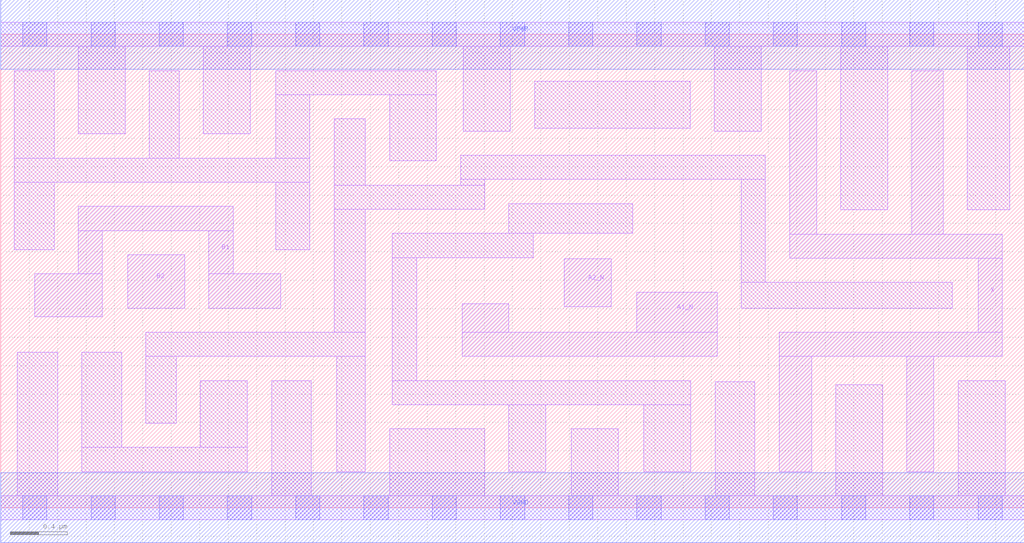
<source format=lef>
# Copyright 2020 The SkyWater PDK Authors
#
# Licensed under the Apache License, Version 2.0 (the "License");
# you may not use this file except in compliance with the License.
# You may obtain a copy of the License at
#
#     https://www.apache.org/licenses/LICENSE-2.0
#
# Unless required by applicable law or agreed to in writing, software
# distributed under the License is distributed on an "AS IS" BASIS,
# WITHOUT WARRANTIES OR CONDITIONS OF ANY KIND, either express or implied.
# See the License for the specific language governing permissions and
# limitations under the License.
#
# SPDX-License-Identifier: Apache-2.0

VERSION 5.7 ;
  NAMESCASESENSITIVE ON ;
  NOWIREEXTENSIONATPIN ON ;
  DIVIDERCHAR "/" ;
  BUSBITCHARS "[]" ;
UNITS
  DATABASE MICRONS 200 ;
END UNITS
MACRO sky130_fd_sc_lp__a2bb2o_4
  CLASS CORE ;
  FOREIGN sky130_fd_sc_lp__a2bb2o_4 ;
  ORIGIN  0.000000  0.000000 ;
  SIZE  7.200000 BY  3.330000 ;
  SYMMETRY X Y R90 ;
  SITE unit ;
  PIN A1_N
    ANTENNAGATEAREA  0.630000 ;
    DIRECTION INPUT ;
    USE SIGNAL ;
    PORT
      LAYER li1 ;
        RECT 3.245000 1.065000 5.040000 1.235000 ;
        RECT 3.245000 1.235000 3.575000 1.435000 ;
        RECT 4.475000 1.235000 5.040000 1.515000 ;
    END
  END A1_N
  PIN A2_N
    ANTENNAGATEAREA  0.630000 ;
    DIRECTION INPUT ;
    USE SIGNAL ;
    PORT
      LAYER li1 ;
        RECT 3.965000 1.415000 4.295000 1.750000 ;
    END
  END A2_N
  PIN B1
    ANTENNAGATEAREA  0.630000 ;
    DIRECTION INPUT ;
    USE SIGNAL ;
    PORT
      LAYER li1 ;
        RECT 0.240000 1.345000 0.715000 1.645000 ;
        RECT 0.545000 1.645000 0.715000 1.950000 ;
        RECT 0.545000 1.950000 1.635000 2.120000 ;
        RECT 1.465000 1.405000 1.970000 1.645000 ;
        RECT 1.465000 1.645000 1.635000 1.950000 ;
    END
  END B1
  PIN B2
    ANTENNAGATEAREA  0.630000 ;
    DIRECTION INPUT ;
    USE SIGNAL ;
    PORT
      LAYER li1 ;
        RECT 0.895000 1.405000 1.295000 1.780000 ;
    END
  END B2
  PIN X
    ANTENNADIFFAREA  1.188600 ;
    DIRECTION OUTPUT ;
    USE SIGNAL ;
    PORT
      LAYER li1 ;
        RECT 5.475000 0.255000 5.705000 1.065000 ;
        RECT 5.475000 1.065000 7.045000 1.235000 ;
        RECT 5.550000 1.755000 7.045000 1.925000 ;
        RECT 5.550000 1.925000 5.740000 3.075000 ;
        RECT 6.375000 0.255000 6.565000 1.065000 ;
        RECT 6.410000 1.925000 6.630000 3.075000 ;
        RECT 6.875000 1.235000 7.045000 1.755000 ;
    END
  END X
  PIN VGND
    DIRECTION INOUT ;
    USE GROUND ;
    PORT
      LAYER met1 ;
        RECT 0.000000 -0.245000 7.200000 0.245000 ;
    END
  END VGND
  PIN VPWR
    DIRECTION INOUT ;
    USE POWER ;
    PORT
      LAYER met1 ;
        RECT 0.000000 3.085000 7.200000 3.575000 ;
    END
  END VPWR
  OBS
    LAYER li1 ;
      RECT 0.000000 -0.085000 7.200000 0.085000 ;
      RECT 0.000000  3.245000 7.200000 3.415000 ;
      RECT 0.095000  1.815000 0.375000 2.290000 ;
      RECT 0.095000  2.290000 2.175000 2.460000 ;
      RECT 0.095000  2.460000 0.375000 3.075000 ;
      RECT 0.115000  0.085000 0.400000 1.095000 ;
      RECT 0.545000  2.630000 0.875000 3.245000 ;
      RECT 0.570000  0.255000 1.735000 0.425000 ;
      RECT 0.570000  0.425000 0.850000 1.095000 ;
      RECT 1.020000  0.595000 1.235000 1.065000 ;
      RECT 1.020000  1.065000 2.565000 1.235000 ;
      RECT 1.045000  2.460000 1.255000 3.075000 ;
      RECT 1.405000  0.425000 1.735000 0.895000 ;
      RECT 1.425000  2.630000 1.755000 3.245000 ;
      RECT 1.905000  0.085000 2.185000 0.895000 ;
      RECT 1.935000  1.815000 2.175000 2.290000 ;
      RECT 1.935000  2.460000 2.175000 2.905000 ;
      RECT 1.935000  2.905000 3.065000 3.075000 ;
      RECT 2.345000  1.235000 2.565000 2.100000 ;
      RECT 2.345000  2.100000 3.405000 2.270000 ;
      RECT 2.345000  2.270000 2.565000 2.735000 ;
      RECT 2.365000  0.255000 2.565000 1.065000 ;
      RECT 2.735000  0.085000 3.405000 0.555000 ;
      RECT 2.735000  2.440000 3.065000 2.905000 ;
      RECT 2.755000  0.725000 4.855000 0.895000 ;
      RECT 2.755000  0.895000 2.925000 1.760000 ;
      RECT 2.755000  1.760000 3.745000 1.930000 ;
      RECT 3.235000  2.270000 3.405000 2.310000 ;
      RECT 3.235000  2.310000 5.380000 2.480000 ;
      RECT 3.255000  2.650000 3.585000 3.245000 ;
      RECT 3.575000  0.255000 3.835000 0.725000 ;
      RECT 3.575000  1.930000 4.445000 2.140000 ;
      RECT 3.755000  2.670000 4.850000 3.000000 ;
      RECT 4.015000  0.085000 4.345000 0.555000 ;
      RECT 4.525000  0.255000 4.855000 0.725000 ;
      RECT 5.020000  2.650000 5.350000 3.245000 ;
      RECT 5.025000  0.085000 5.305000 0.885000 ;
      RECT 5.210000  1.405000 6.695000 1.585000 ;
      RECT 5.210000  1.585000 5.380000 2.310000 ;
      RECT 5.875000  0.085000 6.205000 0.865000 ;
      RECT 5.910000  2.095000 6.240000 3.245000 ;
      RECT 6.735000  0.085000 7.065000 0.895000 ;
      RECT 6.800000  2.095000 7.100000 3.245000 ;
    LAYER mcon ;
      RECT 0.155000 -0.085000 0.325000 0.085000 ;
      RECT 0.155000  3.245000 0.325000 3.415000 ;
      RECT 0.635000 -0.085000 0.805000 0.085000 ;
      RECT 0.635000  3.245000 0.805000 3.415000 ;
      RECT 1.115000 -0.085000 1.285000 0.085000 ;
      RECT 1.115000  3.245000 1.285000 3.415000 ;
      RECT 1.595000 -0.085000 1.765000 0.085000 ;
      RECT 1.595000  3.245000 1.765000 3.415000 ;
      RECT 2.075000 -0.085000 2.245000 0.085000 ;
      RECT 2.075000  3.245000 2.245000 3.415000 ;
      RECT 2.555000 -0.085000 2.725000 0.085000 ;
      RECT 2.555000  3.245000 2.725000 3.415000 ;
      RECT 3.035000 -0.085000 3.205000 0.085000 ;
      RECT 3.035000  3.245000 3.205000 3.415000 ;
      RECT 3.515000 -0.085000 3.685000 0.085000 ;
      RECT 3.515000  3.245000 3.685000 3.415000 ;
      RECT 3.995000 -0.085000 4.165000 0.085000 ;
      RECT 3.995000  3.245000 4.165000 3.415000 ;
      RECT 4.475000 -0.085000 4.645000 0.085000 ;
      RECT 4.475000  3.245000 4.645000 3.415000 ;
      RECT 4.955000 -0.085000 5.125000 0.085000 ;
      RECT 4.955000  3.245000 5.125000 3.415000 ;
      RECT 5.435000 -0.085000 5.605000 0.085000 ;
      RECT 5.435000  3.245000 5.605000 3.415000 ;
      RECT 5.915000 -0.085000 6.085000 0.085000 ;
      RECT 5.915000  3.245000 6.085000 3.415000 ;
      RECT 6.395000 -0.085000 6.565000 0.085000 ;
      RECT 6.395000  3.245000 6.565000 3.415000 ;
      RECT 6.875000 -0.085000 7.045000 0.085000 ;
      RECT 6.875000  3.245000 7.045000 3.415000 ;
  END
END sky130_fd_sc_lp__a2bb2o_4
END LIBRARY

</source>
